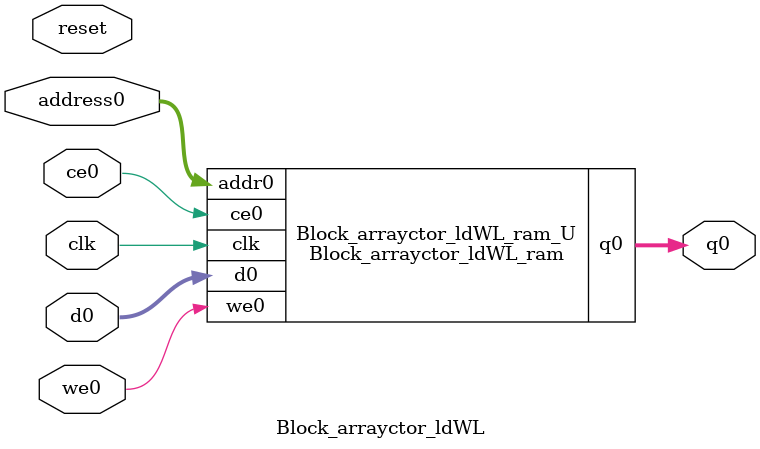
<source format=v>
`timescale 1 ns / 1 ps
module Block_arrayctor_ldWL_ram (addr0, ce0, d0, we0, q0,  clk);

parameter DWIDTH = 5;
parameter AWIDTH = 11;
parameter MEM_SIZE = 1408;

input[AWIDTH-1:0] addr0;
input ce0;
input[DWIDTH-1:0] d0;
input we0;
output reg[DWIDTH-1:0] q0;
input clk;

(* ram_style = "block" *)reg [DWIDTH-1:0] ram[0:MEM_SIZE-1];




always @(posedge clk)  
begin 
    if (ce0) begin
        if (we0) 
            ram[addr0] <= d0; 
        q0 <= ram[addr0];
    end
end


endmodule

`timescale 1 ns / 1 ps
module Block_arrayctor_ldWL(
    reset,
    clk,
    address0,
    ce0,
    we0,
    d0,
    q0);

parameter DataWidth = 32'd5;
parameter AddressRange = 32'd1408;
parameter AddressWidth = 32'd11;
input reset;
input clk;
input[AddressWidth - 1:0] address0;
input ce0;
input we0;
input[DataWidth - 1:0] d0;
output[DataWidth - 1:0] q0;



Block_arrayctor_ldWL_ram Block_arrayctor_ldWL_ram_U(
    .clk( clk ),
    .addr0( address0 ),
    .ce0( ce0 ),
    .we0( we0 ),
    .d0( d0 ),
    .q0( q0 ));

endmodule


</source>
